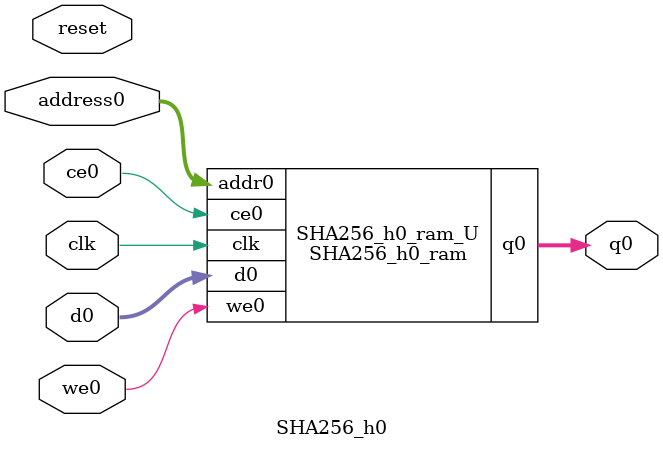
<source format=v>
`timescale 1 ns / 1 ps
module SHA256_h0_ram (addr0, ce0, d0, we0, q0,  clk);

parameter DWIDTH = 7;
parameter AWIDTH = 4;
parameter MEM_SIZE = 12;

input[AWIDTH-1:0] addr0;
input ce0;
input[DWIDTH-1:0] d0;
input we0;
output reg[DWIDTH-1:0] q0;
input clk;

reg [DWIDTH-1:0] ram[0:MEM_SIZE-1];




always @(posedge clk)  
begin 
    if (ce0) begin
        if (we0) 
            ram[addr0] <= d0; 
        q0 <= ram[addr0];
    end
end


endmodule

`timescale 1 ns / 1 ps
module SHA256_h0(
    reset,
    clk,
    address0,
    ce0,
    we0,
    d0,
    q0);

parameter DataWidth = 32'd7;
parameter AddressRange = 32'd12;
parameter AddressWidth = 32'd4;
input reset;
input clk;
input[AddressWidth - 1:0] address0;
input ce0;
input we0;
input[DataWidth - 1:0] d0;
output[DataWidth - 1:0] q0;



SHA256_h0_ram SHA256_h0_ram_U(
    .clk( clk ),
    .addr0( address0 ),
    .ce0( ce0 ),
    .we0( we0 ),
    .d0( d0 ),
    .q0( q0 ));

endmodule


</source>
